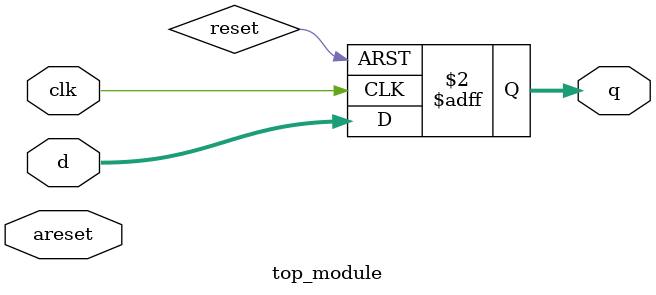
<source format=v>

module top_module (
    input clk,
    input areset,   // active high asynchronous reset
    input [7:0] d,
    output [7:0] q
);

always @(posedge clk or posedge reset) begin

    if (reset) begin
        q <= 0;
    end
    else begin
        q <= d;
    end
    
end

endmodule

</source>
